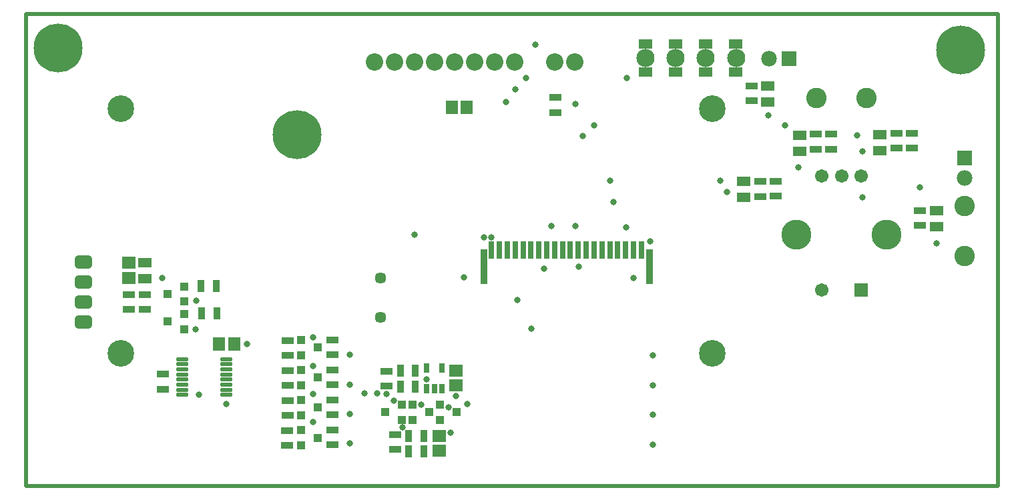
<source format=gbs>
G04*
G04 #@! TF.GenerationSoftware,Altium Limited,CircuitStudio,1.5.2 (1.5.2.30)*
G04*
G04 Layer_Color=8150272*
%FSLAX44Y44*%
%MOMM*%
G71*
G01*
G75*
%ADD11C,0.5000*%
G04:AMPARAMS|DCode=41|XSize=1.7272mm|YSize=2.2032mm|CornerRadius=0.4826mm|HoleSize=0mm|Usage=FLASHONLY|Rotation=270.000|XOffset=0mm|YOffset=0mm|HoleType=Round|Shape=RoundedRectangle|*
%AMROUNDEDRECTD41*
21,1,1.7272,1.2380,0,0,270.0*
21,1,0.7620,2.2032,0,0,270.0*
1,1,0.9652,-0.6190,-0.3810*
1,1,0.9652,-0.6190,0.3810*
1,1,0.9652,0.6190,0.3810*
1,1,0.9652,0.6190,-0.3810*
%
%ADD41ROUNDEDRECTD41*%
%ADD42C,3.3832*%
%ADD43C,1.4532*%
%ADD44R,1.9812X1.9812*%
%ADD45C,1.9812*%
%ADD46R,1.9812X1.9812*%
%ADD47C,6.2032*%
%ADD48C,3.8032*%
%ADD49C,1.7032*%
%ADD50R,1.7032X1.7032*%
%ADD51C,2.6032*%
%ADD52C,2.2032*%
%ADD53C,2.3032*%
%ADD55C,0.8032*%
%ADD56R,1.5032X0.9032*%
%ADD57R,0.9032X1.5032*%
%ADD58R,1.8032X1.5032*%
%ADD59R,1.1176X1.0160*%
%ADD60R,0.8032X1.2032*%
%ADD61R,1.8032X1.1532*%
%ADD62R,0.8032X2.2032*%
%ADD63R,0.9032X4.4032*%
%ADD64R,1.7272X1.2032*%
%ADD65R,1.5032X1.8032*%
%ADD66O,1.6032X0.5532*%
D11*
X247950Y250000D02*
Y850000D01*
X1480000D01*
Y250000D02*
Y850000D01*
X247950Y250000D02*
X1480000D01*
D41*
X320510Y534280D02*
D03*
Y508880D02*
D03*
Y483480D02*
D03*
Y458080D02*
D03*
D42*
X1117950Y419040D02*
D03*
Y729040D02*
D03*
X367950D02*
D03*
Y419040D02*
D03*
D43*
X697450Y514500D02*
D03*
Y464500D02*
D03*
D44*
X1215650Y792500D02*
D03*
D45*
X1190250Y792500D02*
D03*
X1437950Y641340D02*
D03*
D46*
X1437950Y666740D02*
D03*
D47*
X1432790Y803720D02*
D03*
X288290Y806086D02*
D03*
X591610Y696170D02*
D03*
D48*
X1224900Y568950D02*
D03*
X1338900D02*
D03*
D49*
X1256900Y643950D02*
D03*
X1281900D02*
D03*
X1306900D02*
D03*
X1256900Y498950D02*
D03*
D50*
X1306900D02*
D03*
D51*
X1438110Y541990D02*
D03*
Y605990D02*
D03*
X1249900Y743000D02*
D03*
X1313900D02*
D03*
D52*
X918210Y788670D02*
D03*
X943610D02*
D03*
X867410D02*
D03*
X842010D02*
D03*
X816610D02*
D03*
X791210D02*
D03*
X765810D02*
D03*
X740410D02*
D03*
X715010D02*
D03*
X689610D02*
D03*
D53*
X1033200Y793540D02*
D03*
X1148200D02*
D03*
X1109867D02*
D03*
X1071533D02*
D03*
D55*
X792950Y364848D02*
D03*
X676450Y367500D02*
D03*
X611950Y438540D02*
D03*
Y402707D02*
D03*
Y366873D02*
D03*
Y331040D02*
D03*
X1042450Y302540D02*
D03*
Y416040D02*
D03*
X657950Y416540D02*
D03*
X1042450Y378207D02*
D03*
X657950Y379040D02*
D03*
X1042450Y340373D02*
D03*
X657950Y341540D02*
D03*
Y304040D02*
D03*
X527950Y430540D02*
D03*
X501450Y354540D02*
D03*
X837950Y566040D02*
D03*
X1189450Y721040D02*
D03*
X992450Y611040D02*
D03*
X1128450Y637540D02*
D03*
X987950D02*
D03*
X953450Y695040D02*
D03*
X967950Y708540D02*
D03*
X1308450Y616540D02*
D03*
X1136450Y623540D02*
D03*
X1227450Y654540D02*
D03*
X1308450Y675540D02*
D03*
X1402450Y558540D02*
D03*
X420450Y514040D02*
D03*
X1017814Y514720D02*
D03*
X739950Y569540D02*
D03*
X913950Y580040D02*
D03*
X868450Y753540D02*
D03*
X893450Y810540D02*
D03*
X881950Y768540D02*
D03*
X856450Y738040D02*
D03*
X943950Y735040D02*
D03*
X888450Y449540D02*
D03*
X462950Y449040D02*
D03*
X463450Y485540D02*
D03*
X870450Y486040D02*
D03*
X827950Y565540D02*
D03*
X1039449Y560540D02*
D03*
X1008450Y579040D02*
D03*
X904950Y526040D02*
D03*
X944450Y580540D02*
D03*
X948450Y529040D02*
D03*
X1301950Y695540D02*
D03*
X1209950Y708540D02*
D03*
X1381450Y629040D02*
D03*
X783450Y350348D02*
D03*
X704450Y366848D02*
D03*
X748950Y353348D02*
D03*
X725450Y324348D02*
D03*
X755950Y385348D02*
D03*
X785950Y318000D02*
D03*
X802950Y515000D02*
D03*
X807450Y354500D02*
D03*
X466450Y366000D02*
D03*
X714449Y358500D02*
D03*
X692950Y367500D02*
D03*
X1009461Y768540D02*
D03*
D56*
X578950Y301540D02*
D03*
Y320540D02*
D03*
X579425Y377873D02*
D03*
Y396873D02*
D03*
X635925Y378521D02*
D03*
Y397521D02*
D03*
X579425Y339707D02*
D03*
Y358707D02*
D03*
X635925Y340501D02*
D03*
Y359501D02*
D03*
Y302482D02*
D03*
Y321482D02*
D03*
X420950Y373040D02*
D03*
Y392040D02*
D03*
X579425Y416040D02*
D03*
Y435040D02*
D03*
X635925Y416540D02*
D03*
Y435540D02*
D03*
X1249450Y697040D02*
D03*
Y678040D02*
D03*
X1351450Y698040D02*
D03*
Y679040D02*
D03*
X918950Y743540D02*
D03*
Y724540D02*
D03*
X1268450Y678040D02*
D03*
Y697040D02*
D03*
X1178720Y636900D02*
D03*
Y617900D02*
D03*
X1198450Y637040D02*
D03*
Y618040D02*
D03*
X1371450Y698040D02*
D03*
Y679040D02*
D03*
X397950Y493540D02*
D03*
Y474540D02*
D03*
X1381450Y600040D02*
D03*
Y581040D02*
D03*
X377950Y493540D02*
D03*
Y474540D02*
D03*
X1167450Y758540D02*
D03*
Y739540D02*
D03*
X715450Y315348D02*
D03*
Y296348D02*
D03*
X704950Y376848D02*
D03*
Y395848D02*
D03*
D57*
X469450Y504040D02*
D03*
X488450D02*
D03*
X470450Y469040D02*
D03*
X489450D02*
D03*
X732950Y293848D02*
D03*
X751950D02*
D03*
X722450Y396348D02*
D03*
X741450D02*
D03*
X751950Y313848D02*
D03*
X732950D02*
D03*
X722450Y376348D02*
D03*
X741450D02*
D03*
D58*
X792950Y396848D02*
D03*
Y377848D02*
D03*
X771450Y313848D02*
D03*
Y294848D02*
D03*
X377960Y533506D02*
D03*
Y514506D02*
D03*
D59*
X724038Y353424D02*
D03*
Y334272D02*
D03*
X702862Y343924D02*
D03*
X772862Y334272D02*
D03*
Y353424D02*
D03*
X794038Y343772D02*
D03*
X737862Y334272D02*
D03*
Y353424D02*
D03*
X759038Y343772D02*
D03*
X596362Y416511D02*
D03*
Y435662D02*
D03*
X617538Y426011D02*
D03*
X448538Y503616D02*
D03*
Y484464D02*
D03*
X427362Y494116D02*
D03*
X448538Y468616D02*
D03*
Y449464D02*
D03*
X427362Y459116D02*
D03*
X617538Y311452D02*
D03*
X596362Y321104D02*
D03*
Y301952D02*
D03*
X617538Y349638D02*
D03*
X596362Y359290D02*
D03*
Y340138D02*
D03*
X617538Y387824D02*
D03*
X596362Y397476D02*
D03*
Y378324D02*
D03*
D60*
X774950Y399850D02*
D03*
X755950D02*
D03*
Y373846D02*
D03*
X765450D02*
D03*
X774950D02*
D03*
D61*
X1032950Y811540D02*
D03*
Y775540D02*
D03*
X1147950D02*
D03*
Y811540D02*
D03*
X1109617Y775540D02*
D03*
Y811540D02*
D03*
X1071283Y775540D02*
D03*
Y811540D02*
D03*
D62*
X1027950Y550040D02*
D03*
X1017950D02*
D03*
X1007950D02*
D03*
X997950D02*
D03*
X987950D02*
D03*
X977950D02*
D03*
X967950D02*
D03*
X957950D02*
D03*
X947950D02*
D03*
X937950D02*
D03*
X927950D02*
D03*
X917950D02*
D03*
X907950D02*
D03*
X897950D02*
D03*
X887950D02*
D03*
X877950D02*
D03*
X867950D02*
D03*
X857950D02*
D03*
X847950D02*
D03*
X837950D02*
D03*
D63*
X827950Y529040D02*
D03*
X1037950D02*
D03*
D64*
X1228450Y695700D02*
D03*
Y675380D02*
D03*
X1330450Y696700D02*
D03*
Y676380D02*
D03*
X1157450Y636700D02*
D03*
Y616380D02*
D03*
X1402450Y599700D02*
D03*
Y579380D02*
D03*
X1188440Y758130D02*
D03*
Y737810D02*
D03*
X397950Y513880D02*
D03*
Y534200D02*
D03*
D65*
X806450Y731040D02*
D03*
X787450D02*
D03*
X511450Y430540D02*
D03*
X492450D02*
D03*
D66*
X501450Y411290D02*
D03*
Y404790D02*
D03*
Y398290D02*
D03*
Y391790D02*
D03*
Y385290D02*
D03*
Y378790D02*
D03*
Y372290D02*
D03*
Y365790D02*
D03*
X445450Y411290D02*
D03*
Y404790D02*
D03*
Y398290D02*
D03*
Y391790D02*
D03*
Y385290D02*
D03*
Y378790D02*
D03*
Y372290D02*
D03*
Y365790D02*
D03*
M02*

</source>
